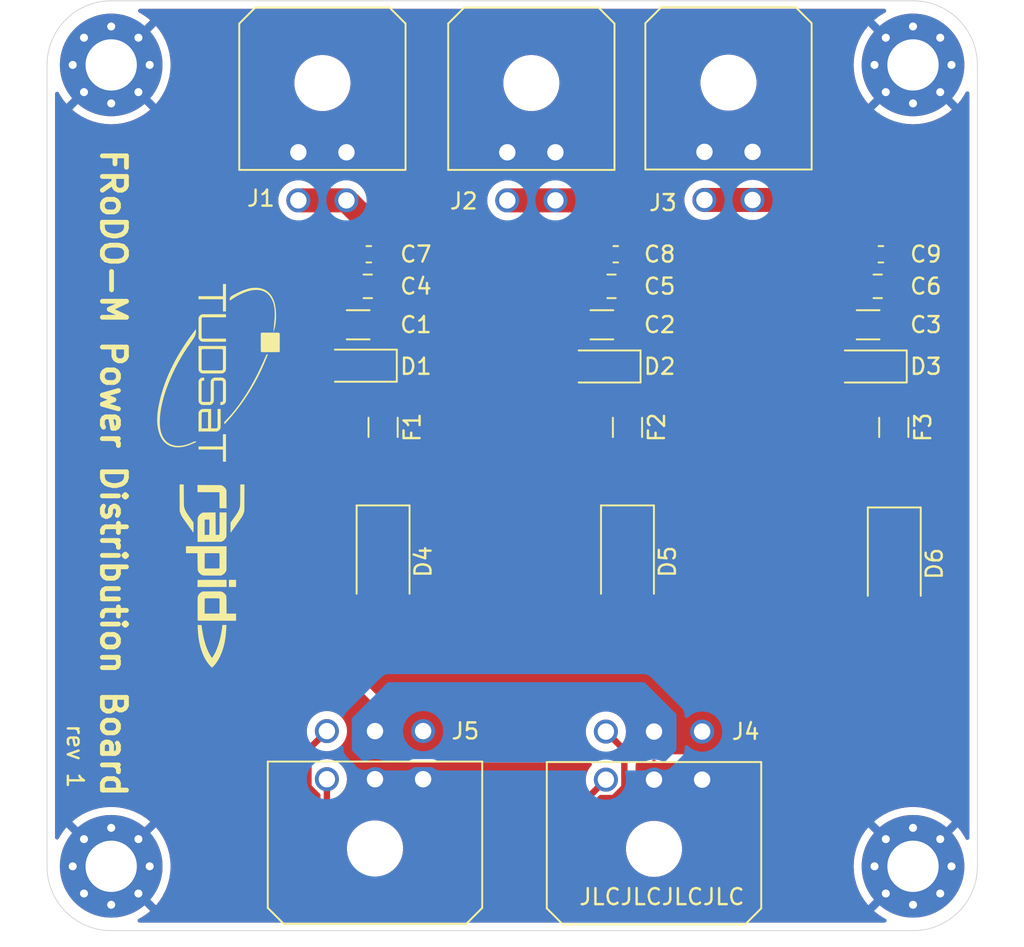
<source format=kicad_pcb>
(kicad_pcb (version 20240108) (generator "pcbnew") (generator_version "8.0")
  (layers (0 "F.Cu" signal) (31 "B.Cu" signal) (34 "B.Paste" user) (35 "F.Paste" user) (36 "B.SilkS" user "B.Silkscreen") (37 "F.SilkS" user "F.Silkscreen") (38 "B.Mask" user) (39 "F.Mask" user) (44 "Edge.Cuts" user))
  (net 0 "")
  (net 1 "Net-(D1-K)")
  (net 2 "GND")
  (net 3 "Net-(D2-K)")
  (net 4 "Net-(D3-K)")
  (net 5 "VDC")
  (net 6 "Net-(D4-K)")
  (net 7 "Net-(D5-K)")
  (net 8 "Net-(D6-K)")
  (net 9 "CAN+")
  (net 10 "Net-(J4-Pin_5)")
  (net 11 "CAN-")
  (footprint "Capacitor_SMD:C_0805_2012Metric_Pad1.18x1.45mm_HandSolder" (layer "F.Cu") (at 102.042 85.149 180)
    (property "Reference" "C4")
    (property "Value" "1uF")
  )
  (footprint "Diode_SMD:D_SMA" (layer "F.Cu") (at 134.874 102.457 -90)
    (property "Reference" "D6")
    (property "Value" "D_Schottky")
  )
  (footprint "Capacitor_SMD:C_0603_1608Metric_Pad1.08x0.95mm_HandSolder" (layer "F.Cu") (at 102.1045 83.149 180)
    (property "Reference" "C7")
    (property "Value" "100nF")
  )
  (footprint "Fuse:Fuse_1206_3216Metric" (layer "F.Cu") (at 134.842 93.949 -90)
    (property "Reference" "F3")
    (property "Value" "Fuse_Small")
  )
  (footprint "Capacitor_SMD:C_1206_3216Metric_Pad1.33x1.80mm_HandSolder" (layer "F.Cu") (at 116.642 87.549 180)
    (property "Reference" "C2")
    (property "Value" "22uF")
  )
  (footprint "Diode_SMD:D_SOD-123F" (layer "F.Cu") (at 101.642 90.099 180)
    (property "Reference" "D1")
    (property "Value" "D_Small")
  )
  (footprint "frodo_power_distribution_board:rapid_logo" (layer "F.Cu") (at 92.329 103.2256 -90)
    (property "Reference" "G***" (hide yes))
    (property "Value" "LOGO" (hide yes))
  )
  (footprint "Capacitor_SMD:C_0603_1608Metric_Pad1.08x0.95mm_HandSolder" (layer "F.Cu") (at 117.5045 83.149 180)
    (property "Reference" "C8")
    (property "Value" "100nF")
  )
  (footprint "MountingHole:MountingHole_3.2mm_M3_Pad_Via" (layer "F.Cu") (at 86.042 121.3354)
    (property "Reference" "H3" (hide yes))
    (property "Value" "MountingHole_Pad")
  )
  (footprint "Diode_SMD:D_SMA" (layer "F.Cu") (at 102.997 102.33 -90)
    (property "Reference" "D4")
    (property "Value" "D_Schottky")
  )
  (footprint "Connector_Molex:Molex_Micro-Fit_3.0_43045-0600_2x03_P3.00mm_Horizontal" (layer "F.Cu") (at 122.8908 115.9284 180)
    (property "Reference" "J4")
    (property "Value" "Conn_01x06")
  )
  (footprint "MountingHole:MountingHole_3.2mm_M3_Pad_Via" (layer "F.Cu") (at 136.042 121.3354)
    (property "Reference" "H4" (hide yes))
    (property "Value" "MountingHole_Pad")
  )
  (footprint "Connector_Molex:Molex_Micro-Fit_3.0_43045-0400_2x02_P3.00mm_Horizontal" (layer "F.Cu") (at 97.7124 76.7862)
    (property "Reference" "J1")
    (property "Value" "Payload_1")
  )
  (footprint "Connector_Molex:Molex_Micro-Fit_3.0_43045-0400_2x02_P3.00mm_Horizontal" (layer "F.Cu") (at 123.0362 76.7608)
    (property "Reference" "J3")
    (property "Value" "Payload_3")
  )
  (footprint "Capacitor_SMD:C_0603_1608Metric_Pad1.08x0.95mm_HandSolder" (layer "F.Cu") (at 134.042 83.149 180)
    (property "Reference" "C9")
    (property "Value" "100nF")
  )
  (footprint "Diode_SMD:D_SOD-123F" (layer "F.Cu") (at 116.842 90.149 180)
    (property "Reference" "D2")
    (property "Value" "D_Small")
  )
  (footprint "Capacitor_SMD:C_1206_3216Metric_Pad1.33x1.80mm_HandSolder" (layer "F.Cu") (at 133.242 87.549 180)
    (property "Reference" "C3")
    (property "Value" "22uF")
  )
  (footprint "Capacitor_SMD:C_1206_3216Metric_Pad1.33x1.80mm_HandSolder" (layer "F.Cu") (at 101.442 87.549 180)
    (property "Reference" "C1")
    (property "Value" "22uF")
  )
  (footprint "Capacitor_SMD:C_0805_2012Metric_Pad1.18x1.45mm_HandSolder" (layer "F.Cu") (at 117.242 85.149 180)
    (property "Reference" "C5")
    (property "Value" "1uF")
  )
  (footprint "MountingHole:MountingHole_3.2mm_M3_Pad_Via" (layer "F.Cu") (at 136.042 71.3354)
    (property "Reference" "H2" (hide yes))
    (property "Value" "MountingHole_Pad")
  )
  (footprint "Diode_SMD:D_SOD-123F" (layer "F.Cu") (at 133.442 90.149 180)
    (property "Reference" "D3")
    (property "Value" "D_Small")
  )
  (footprint "Capacitor_SMD:C_0805_2012Metric_Pad1.18x1.45mm_HandSolder" (layer "F.Cu") (at 133.842 85.149 180)
    (property "Reference" "C6")
    (property "Value" "1uF")
  )
  (footprint "Connector_Molex:Molex_Micro-Fit_3.0_43045-0400_2x02_P3.00mm_Horizontal" (layer "F.Cu") (at 110.7426 76.7862)
    (property "Reference" "J2")
    (property "Value" "Payload_2")
  )
  (footprint "MountingHole:MountingHole_3.2mm_M3_Pad_Via" (layer "F.Cu") (at 86.042 71.3354)
    (property "Reference" "H1" (hide yes))
    (property "Value" "MountingHole_Pad")
  )
  (footprint "Fuse:Fuse_1206_3216Metric" (layer "F.Cu") (at 102.997 93.949 -90)
    (property "Reference" "F1")
    (property "Value" "Fuse_Small")
  )
  (footprint "Connector_Molex:Molex_Micro-Fit_3.0_43045-0600_2x03_P3.00mm_Horizontal" (layer "F.Cu") (at 105.4918 115.9002 180)
    (property "Reference" "J5")
    (property "Value" "Conn_01x06")
  )
  (footprint "Diode_SMD:D_SMA" (layer "F.Cu") (at 118.237 102.33 -90)
    (property "Reference" "D5")
    (property "Value" "D_Schottky")
  )
  (footprint "Fuse:Fuse_1206_3216Metric" (layer "F.Cu") (at 118.237 93.949 -90)
    (property "Reference" "F2")
    (property "Value" "Fuse_Small")
  )
  (gr_poly (pts (xy 93.008449 96.091378) (xy 93.008449 95.331759) (xy 91.486831 95.331759) (xy 91.486831 95.138878) (xy 93.008449 95.138878) (xy 93.008449 94.376877) (xy 93.20133 94.376877) (xy 93.20133 96.091378)) (stroke (width -0.000001)) (fill solid) (layer "F.SilkS"))
  (gr_poly (pts (xy 93.008449 86.716396) (xy 93.008449 85.956777) (xy 91.486831 85.956777) (xy 91.486831 85.763896) (xy 93.008449 85.763896) (xy 93.008449 85.001896) (xy 93.20133 85.001896) (xy 93.20133 86.716396)) (stroke (width -0.000001)) (fill solid) (layer "F.SilkS"))
  (gr_poly (pts (xy 96.553522 89.156859) (xy 96.553341 89.169325) (xy 96.553076 89.175659) (xy 96.552653 89.18201) (xy 96.552042 89.18834) (xy 96.551212 89.194611) (xy 96.550133 89.200783) (xy 96.548773 89.206819) (xy 96.547101 89.212681) (xy 96.545088 89.218331) (xy 96.542702 89.22373) (xy 96.539912 89.22884) (xy 96.536687 89.233623) (xy 96.534903 89.23588) (xy 96.532998 89.23804) (xy 96.530969 89.2401) (xy 96.528812 89.242055) (xy 96.526524 89.243898) (xy 96.5241 89.245627) (xy 96.521005 89.247199) (xy 96.517862 89.248652) (xy 96.514675 89.249987) (xy 96.511446 89.251202) (xy 96.508179 89.252297) (xy 96.504877 89.25327) (xy 96.501544 89.254123) (xy 96.498184 89.254853) (xy 96.494799 89.25546) (xy 96.491393 89.255943) (xy 96.487969 89.256302) (xy 96.484532 89.256536) (xy 96.481083 89.256645) (xy 96.477627 89.256627) (xy 96.474168 89.256482) (xy 96.470707 89.25621) (xy 95.479128 89.257057) (xy 95.470155 89.256875) (xy 95.460922 89.256312) (xy 95.451546 89.255341) (xy 95.442142 89.253936) (xy 95.432826 89.252071) (xy 95.423713 89.249718) (xy 95.414919 89.246851) (xy 95.40656 89.243444) (xy 95.39875 89.23947) (xy 95.395088 89.237262) (xy 95.391606 89.234903) (xy 95.38832 89.232389) (xy 95.385244 89.229716) (xy 95.382392 89.226882) (xy 95.379778 89.223883) (xy 95.377417 89.220716) (xy 95.375324 89.217377) (xy 95.373514 89.213863) (xy 95.371999 89.210172) (xy 95.370795 89.206299) (xy 95.369917 89.202241) (xy 95.369378 89.197994) (xy 95.369194 89.193557) (xy 95.368532 88.145807) (xy 95.368148 88.140981) (xy 95.367943 88.136157) (xy 95.367919 88.131338) (xy 95.368073 88.126529) (xy 95.368405 88.121737) (xy 95.368914 88.116964) (xy 95.369599 88.112217) (xy 95.370458 88.1075) (xy 95.371491 88.102818) (xy 95.372697 88.098175) (xy 95.374075 88.093578) (xy 95.375624 88.08903) (xy 95.377343 88.084537) (xy 95.37923 88.080103) (xy 95.381286 88.075733) (xy 95.383508 88.071432) (xy 95.385677 88.068465) (xy 95.387973 88.065666) (xy 95.39039 88.063031) (xy 95.392925 88.060556) (xy 95.39557 88.058234) (xy 95.398321 88.056062) (xy 95.401174 88.054034) (xy 95.404121 88.052146) (xy 95.407159 88.050393) (xy 95.410281 88.048769) (xy 95.413483 88.047271) (xy 95.416759 88.045893) (xy 95.423513 88.043478) (xy 95.430501 88.041485) (xy 95.43768 88.039875) (xy 95.445008 88.038611) (xy 95.452443 88.037652) (xy 95.459942 88.03696) (xy 95.467464 88.036496) (xy 95.474965 88.036221) (xy 95.489738 88.036084) (xy 96.435306 88.040212) (xy 96.441068 88.039704) (xy 96.446827 88.039452) (xy 96.452575 88.039454) (xy 96.458304 88.039707) (xy 96.464005 88.040211) (xy 96.469671 88.040962) (xy 96.475293 88.041959) (xy 96.480865 88.0432) (xy 96.486376 88.044683) (xy 96.491821 88.046405) (xy 96.497189 88.048366) (xy 96.502474 88.050563) (xy 96.507668 88.052993) (xy 96.512762 88.055656) (xy 96.517748 88.058549) (xy 96.522619 88.06167) (xy 96.525291 88.064112) (xy 96.527809 88.066666) (xy 96.530178 88.069325) (xy 96.532402 88.072085) (xy 96.534485 88.074941) (xy 96.536432 88.077889) (xy 96.538248 88.080925) (xy 96.539938 88.084044) (xy 96.542954 88.090511) (xy 96.545517 88.097254) (xy 96.547664 88.104236) (xy 96.549431 88.111421) (xy 96.550854 88.118772) (xy 96.551969 88.126252) (xy 96.552813 88.133824) (xy 96.553422 88.141453) (xy 96.553833 88.1491) (xy 96.554081 88.15673) (xy 96.554236 88.171789)) (stroke (width -0.000001)) (fill solid) (layer "F.SilkS"))
  (gr_poly (pts (xy 93.201182 90.309943) (xy 93.200735 90.319599) (xy 93.199991 90.329142) (xy 93.19895 90.338574) (xy 93.19761 90.347895) (xy 93.195973 90.357103) (xy 93.194038 90.3662) (xy 93.191806 90.375186) (xy 93.189276 90.38406) (xy 93.186448 90.392822) (xy 93.183323 90.401473) (xy 93.1799 90.410012) (xy 93.176179 90.418439) (xy 93.17216 90.426755) (xy 93.167844 90.434959) (xy 93.163231 90.443052) (xy 93.158357 90.451274) (xy 93.153259 90.459274) (xy 93.147939 90.46705) (xy 93.142395 90.474603) (xy 93.136628 90.481933) (xy 93.130637 90.489039) (xy 93.124424 90.495922) (xy 93.117987 90.502583) (xy 93.111327 90.509019) (xy 93.104444 90.515233) (xy 93.097337 90.521223) (xy 93.090007 90.52699) (xy 93.082454 90.532534) (xy 93.074678 90.537855) (xy 93.066679 90.542952) (xy 93.058456 90.547826) (xy 93.050363 90.55244) (xy 93.042159 90.556756) (xy 93.033843 90.560774) (xy 93.025416 90.564495) (xy 93.016877 90.567918) (xy 93.008226 90.571044) (xy 92.999464 90.573871) (xy 92.99059 90.576401) (xy 92.981605 90.578634) (xy 92.972507 90.580569) (xy 92.963299 90.582206) (xy 92.953978 90.583545) (xy 92.944546 90.584587) (xy 92.935003 90.585331) (xy 92.925347 90.585778) (xy 92.915581 90.585927) (xy 91.772581 90.585927) (xy 91.762805 90.585778) (xy 91.753122 90.585331) (xy 91.743532 90.584587) (xy 91.734034 90.583545) (xy 91.72463 90.582206) (xy 91.715319 90.580569) (xy 91.706101 90.578634) (xy 91.696976 90.576401) (xy 91.687944 90.573871) (xy 91.679005 90.571044) (xy 91.670159 90.567918) (xy 91.661406 90.564495) (xy 91.652746 90.560774) (xy 91.644179 90.556756) (xy 91.635705 90.55244) (xy 91.627325 90.547826) (xy 91.61939 90.542952) (xy 91.61166 90.537855) (xy 91.604135 90.532534) (xy 91.596815 90.52699) (xy 91.589699 90.521223) (xy 91.582787 90.515233) (xy 91.576081 90.509019) (xy 91.569579 90.502583) (xy 91.563282 90.495922) (xy 91.557189 90.489039) (xy 91.551301 90.481933) (xy 91.545617 90.474603) (xy 91.540139 90.46705) (xy 91.534865 90.459274) (xy 91.529795 90.451274) (xy 91.52493 90.443052) (xy 91.520317 90.434959) (xy 91.516001 90.426755) (xy 91.511982 90.418439) (xy 91.508262 90.410012) (xy 91.504839 90.401473) (xy 91.501713 90.392822) (xy 91.498886 90.38406) (xy 91.496356 90.375186) (xy 91.494123 90.3662) (xy 91.492189 90.357103) (xy 91.490551 90.347895) (xy 91.489212 90.338574) (xy 91.48817 90.329142) (xy 91.487426 90.319599) (xy 91.48698 90.309943) (xy 91.486831 90.300177) (xy 91.486831 88.871426) (xy 91.772581 88.871426) (xy 91.772581 89.064307) (xy 91.767855 89.06441) (xy 91.763204 89.064717) (xy 91.758628 89.065228) (xy 91.754126 89.065945) (xy 91.749698 89.066866) (xy 91.745345 89.067991) (xy 91.741066 89.069321) (xy 91.736862 89.070856) (xy 91.732732 89.072595) (xy 91.728676 89.07454) (xy 91.724695 89.076688) (xy 91.720789 89.079042) (xy 91.716956 89.0816) (xy 91.713198 89.084362) (xy 91.709515 89.08733) (xy 91.705906 89.090501) (xy 91.702734 89.094111) (xy 91.699767 89.097794) (xy 91.697004 89.101552) (xy 91.694446 89.105384) (xy 91.692093 89.109291) (xy 91.689944 89.113272) (xy 91.688 89.117328) (xy 91.686261 89.121458) (xy 91.684726 89.125662) (xy 91.683396 89.129941) (xy 91.68227 89.134294) (xy 91.681349 89.138722) (xy 91.680633 89.143224) (xy 91.680122 89.1478) (xy 91.679815 89.152451) (xy 91.679713 89.157176) (xy 91.679713 90.300177) (xy 91.679815 90.304893) (xy 91.680122 90.309516) (xy 91.680633 90.314045) (xy 91.681349 90.318482) (xy 91.68227 90.322826) (xy 91.683396 90.327077) (xy 91.684726 90.331235) (xy 91.686261 90.3353) (xy 91.688 90.339272) (xy 91.689944 90.343151) (xy 91.692093 90.346936) (xy 91.694446 90.350629) (xy 91.697004 90.354229) (xy 91.699767 90.357736) (xy 91.702734 90.36115) (xy 91.705906 90.36447) (xy 91.709515 90.367931) (xy 91.713198 90.371168) (xy 91.716956 90.374181) (xy 91.720789 90.376972) (xy 91.724695 90.379539) (xy 91.728676 90.381883) (xy 91.732732 90.384004) (xy 91.736862 90.385901) (xy 91.741066 90.387575) (xy 91.745345 90.389027) (xy 91.749698 90.390254) (xy 91.754126 90.391259) (xy 91.758628 90.39204) (xy 91.763204 90.392598) (xy 91.767855 90.392933) (xy 91.772581 90.393045) (xy 92.915581 90.393045) (xy 92.920297 90.392933) (xy 92.92492 90.392598) (xy 92.929449 90.39204) (xy 92.933886 90.391259) (xy 92.93823 90.390254) (xy 92.942481 90.389027) (xy 92.946639 90.387575) (xy 92.950704 90.385901) (xy 92.954676 90.384004) (xy 92.958555 90.381883) (xy 92.962341 90.379539) (xy 92.966033 90.376972) (xy 92.969633 90.374181) (xy 92.97314 90.371168) (xy 92.976554 90.367931) (xy 92.979874 90.36447) (xy 92.983335 90.36115) (xy 92.986572 90.357736) (xy 92.989585 90.354229) (xy 92.992376 90.350629) (xy 92.994943 90.346936) (xy 92.997287 90.343151) (xy 92.999408 90.339272) (xy 93.001306 90.3353) (xy 93.00298 90.331235) (xy 93.004431 90.327077) (xy 93.005659 90.322826) (xy 93.006664 90.318482) (xy 93.007445 90.314045) (xy 93.008003 90.309516) (xy 93.008338 90.304893) (xy 93.00845 90.300177) (xy 93.00845 89.157176) (xy 93.008338 89.152451) (xy 93.008003 89.1478) (xy 93.007445 89.143224) (xy 93.006664 89.138722) (xy 93.005659 89.134294) (xy 93.004431 89.129941) (xy 93.00298 89.125662) (xy 93.001306 89.121458) (xy 92.999408 89.117328) (xy 92.997287 89.113272) (xy 92.994943 89.109291) (xy 92.992376 89.105384) (xy 92.989585 89.101552) (xy 92.986572 89.097794) (xy 92.983335 89.094111) (xy 92.979874 89.090501) (xy 92.976554 89.08733) (xy 92.97314 89.084362) (xy 92.969633 89.0816) (xy 92.966033 89.079042) (xy 92.962341 89.076688) (xy 92.958555 89.07454) (xy 92.954676 89.072595) (xy 92.950704 89.070856) (xy 92.946639 89.069321) (xy 92.942481 89.067991) (xy 92.93823 89.066866) (xy 92.933886 89.065945) (xy 92.929449 89.065228) (xy 92.92492 89.064717) (xy 92.920297 89.06441) (xy 92.915581 89.064307) (xy 91.772581 89.064307) (xy 91.772581 88.871426) (xy 93.201331 88.871426) (xy 93.201331 90.300177)) (stroke (width -0.000001)) (fill solid) (layer "F.SilkS"))
  (gr_poly (pts (xy 91.772581 87.08311) (xy 91.767856 87.083212) (xy 91.763205 87.083519) (xy 91.758628 87.084031) (xy 91.754126 87.084747) (xy 91.749699 87.085668) (xy 91.745345 87.086794) (xy 91.741066 87.088124) (xy 91.736862 87.089659) (xy 91.732732 87.091398) (xy 91.728676 87.093342) (xy 91.724695 87.095491) (xy 91.720789 87.097844) (xy 91.716956 87.100402) (xy 91.713198 87.103165) (xy 91.709515 87.106132) (xy 91.705906 87.109304) (xy 91.702734 87.112913) (xy 91.699767 87.116597) (xy 91.697004 87.120355) (xy 91.694446 87.124187) (xy 91.692093 87.128094) (xy 91.689944 87.132075) (xy 91.688 87.13613) (xy 91.686261 87.14026) (xy 91.684726 87.144464) (xy 91.683396 87.148743) (xy 91.68227 87.153096) (xy 91.681349 87.157524) (xy 91.680633 87.162026) (xy 91.680122 87.166602) (xy 91.679815 87.171253) (xy 91.679713 87.175979) (xy 91.679713 88.318979) (xy 91.679815 88.323695) (xy 91.680122 88.328318) (xy 91.680633 88.332848) (xy 91.681349 88.337285) (xy 91.68227 88.341628) (xy 91.683396 88.345879) (xy 91.684726 88.350037) (xy 91.686261 88.354102) (xy 91.688 88.358074) (xy 91.689944 88.361953) (xy 91.692093 88.365739) (xy 91.694446 88.369432) (xy 91.697004 88.373031) (xy 91.699767 88.376538) (xy 91.702734 88.379952) (xy 91.705906 88.383273) (xy 91.709515 88.386733) (xy 91.713198 88.38997) (xy 91.716956 88.392984) (xy 91.720789 88.395774) (xy 91.724695 88.398341) (xy 91.728676 88.400685) (xy 91.732732 88.402806) (xy 91.736862 88.404703) (xy 91.741066 88.406378) (xy 91.745345 88.407829) (xy 91.749699 88.409057) (xy 91.754126 88.410061) (xy 91.758628 88.410842) (xy 91.763205 88.411401) (xy 91.767856 88.411735) (xy 91.772581 88.411847) (xy 93.201331 88.411847) (xy 93.201331 88.604729) (xy 91.772581 88.604729) (xy 91.762805 88.60458) (xy 91.753122 88.604133) (xy 91.743532 88.603389) (xy 91.734034 88.602347) (xy 91.72463 88.601008) (xy 91.715319 88.599371) (xy 91.706101 88.597436) (xy 91.696976 88.595204) (xy 91.687944 88.592674) (xy 91.679005 88.589846) (xy 91.670159 88.58672) (xy 91.661406 88.583297) (xy 91.652746 88.579577) (xy 91.644179 88.575558) (xy 91.635705 88.571242) (xy 91.627325 88.566629) (xy 91.61939 88.561755) (xy 91.61166 88.556657) (xy 91.604135 88.551336) (xy 91.596815 88.545793) (xy 91.589699 88.540025) (xy 91.582787 88.534035) (xy 91.576081 88.527821) (xy 91.569579 88.521385) (xy 91.563282 88.514725) (xy 91.557189 88.507841) (xy 91.551301 88.500735) (xy 91.545617 88.493405) (xy 91.540139 88.485852) (xy 91.534865 88.478075) (xy 91.529795 88.470076) (xy 91.52493 88.461853) (xy 91.520317 88.453761) (xy 91.516001 88.445556) (xy 91.511982 88.437241) (xy 91.508262 88.428813) (xy 91.504839 88.420274) (xy 91.501713 88.411624) (xy 91.498886 88.402861) (xy 91.496356 88.393988) (xy 91.494123 88.385002) (xy 91.492189 88.375905) (xy 91.490551 88.366696) (xy 91.489212 88.357376) (xy 91.48817 88.347944) (xy 91.487426 88.3384) (xy 91.48698 88.328745) (xy 91.486831 88.318978) (xy 91.486831 87.175979) (xy 91.48698 87.166202) (xy 91.487426 87.156519) (xy 91.48817 87.146929) (xy 91.489212 87.137432) (xy 91.490551 87.128028) (xy 91.492189 87.118717) (xy 91.494123 87.109499) (xy 91.496356 87.100374) (xy 91.498886 87.091342) (xy 91.501713 87.082403) (xy 91.504839 87.073557) (xy 91.508262 87.064804) (xy 91.511982 87.056144) (xy 91.516001 87.047578) (xy 91.520317 87.039104) (xy 91.52493 87.030723) (xy 91.529795 87.022788) (xy 91.534865 87.015059) (xy 91.540139 87.007534) (xy 91.545617 87.000213) (xy 91.551301 86.993097) (xy 91.557189 86.986186) (xy 91.563282 86.979479) (xy 91.569579 86.972977) (xy 91.576081 86.96668) (xy 91.582787 86.960587) (xy 91.589699 86.954699) (xy 91.596815 86.949016) (xy 91.604135 86.943537) (xy 91.61166 86.938263) (xy 91.61939 86.933194) (xy 91.627325 86.928329) (xy 91.635705 86.923715) (xy 91.644179 86.919399) (xy 91.652746 86.915381) (xy 91.661406 86.91166) (xy 91.670159 86.908237) (xy 91.679005 86.905112) (xy 91.687944 86.902284) (xy 91.696976 86.899754) (xy 91.706101 86.897522) (xy 91.715319 86.895587) (xy 91.72463 86.89395) (xy 91.734034 86.89261) (xy 91.743531 86.891569) (xy 91.753121 86.890824) (xy 91.762804 86.890378) (xy 91.772581 86.890229) (xy 93.201331 86.890229) (xy 93.201331 87.08311)) (stroke (width -0.000001)) (fill solid) (layer "F.SilkS"))
  (gr_poly (pts (xy 93.201182 92.279236) (xy 93.200735 92.288891) (xy 93.199991 92.298435) (xy 93.19895 92.307867) (xy 93.19761 92.317187) (xy 93.195973 92.326396) (xy 93.194038 92.335493) (xy 93.191806 92.344479) (xy 93.189276 92.353352) (xy 93.186448 92.362115) (xy 93.183323 92.370765) (xy 93.1799 92.379304) (xy 93.176179 92.387732) (xy 93.17216 92.396047) (xy 93.167844 92.404251) (xy 93.163231 92.412344) (xy 93.158357 92.420567) (xy 93.153259 92.428566) (xy 93.147939 92.436342) (xy 93.142395 92.443895) (xy 93.136628 92.451225) (xy 93.130637 92.458332) (xy 93.124424 92.465215) (xy 93.117987 92.471875) (xy 93.111327 92.478312) (xy 93.104444 92.484525) (xy 93.097337 92.490516) (xy 93.090007 92.496283) (xy 93.082454 92.501827) (xy 93.074678 92.507147) (xy 93.066679 92.512244) (xy 93.058456 92.517119) (xy 93.050363 92.521732) (xy 93.042159 92.526048) (xy 93.033843 92.530067) (xy 93.025416 92.533787) (xy 93.016877 92.53721) (xy 93.008226 92.540336) (xy 92.999464 92.543164) (xy 92.99059 92.545694) (xy 92.981605 92.547926) (xy 92.972507 92.549861) (xy 92.963299 92.551498) (xy 92.953978 92.552838) (xy 92.944546 92.553879) (xy 92.935003 92.554624) (xy 92.925347 92.55507) (xy 92.915581 92.555219) (xy 92.848906 92.555219) (xy 92.848906 92.362337) (xy 92.915581 92.362337) (xy 92.920297 92.362226) (xy 92.92492 92.361891) (xy 92.929449 92.361333) (xy 92.933886 92.360551) (xy 92.93823 92.359547) (xy 92.942481 92.358319) (xy 92.946639 92.356868) (xy 92.950704 92.355194) (xy 92.954676 92.353296) (xy 92.958555 92.351175) (xy 92.962341 92.348831) (xy 92.966033 92.346264) (xy 92.969633 92.343474) (xy 92.97314 92.34046) (xy 92.976554 92.337223) (xy 92.979874 92.333763) (xy 92.983335 92.330442) (xy 92.986572 92.327028) (xy 92.989585 92.323521) (xy 92.992376 92.319922) (xy 92.994943 92.316229) (xy 92.997287 92.312443) (xy 92.999408 92.308564) (xy 93.001306 92.304592) (xy 93.00298 92.300527) (xy 93.004431 92.29637) (xy 93.005659 92.292119) (xy 93.006664 92.287775) (xy 93.007445 92.283338) (xy 93.008003 92.278808) (xy 93.008338 92.274185) (xy 93.00845 92.269469) (xy 93.00845 91.126469) (xy 93.008338 91.121744) (xy 93.008003 91.117093) (xy 93.007445 91.112517) (xy 93.006664 91.108015) (xy 93.005659 91.103587) (xy 93.004431 91.099234) (xy 93.00298 91.094955) (xy 93.001306 91.09075) (xy 92.999408 91.08662) (xy 92.997287 91.082565) (xy 92.994943 91.078584) (xy 92.992376 91.074677) (xy 92.989585 91.070845) (xy 92.986572 91.067087) (xy 92.983335 91.063403) (xy 92.979874 91.059794) (xy 92.976554 91.056622) (xy 92.97314 91.053655) (xy 92.969633 91.050892) (xy 92.966033 91.048334) (xy 92.962341 91.045981) (xy 92.958555 91.043832) (xy 92.954676 91.041888) (xy 92.950704 91.040149) (xy 92.946639 91.038614) (xy 92.942481 91.037284) (xy 92.93823 91.036158) (xy 92.933886 91.035237) (xy 92.929449 91.034521) (xy 92.92492 91.03401) (xy 92.920297 91.033703) (xy 92.915581 91.0336) (xy 92.5322 91.0336) (xy 92.527484 91.033703) (xy 92.522861 91.03401) (xy 92.518331 91.034521) (xy 92.513894 91.035237) (xy 92.50955 91.036158) (xy 92.505299 91.037284) (xy 92.501141 91.038614) (xy 92.497076 91.040149) (xy 92.493104 91.041888) (xy 92.489225 91.043832) (xy 92.485439 91.045981) (xy 92.481747 91.048334) (xy 92.478147 91.050892) (xy 92.47464 91.053655) (xy 92.471226 91.056622) (xy 92.467905 91.059794) (xy 92.464733 91.063403) (xy 92.461766 91.067087) (xy 92.459004 91.070845) (xy 92.456446 91.074677) (xy 92.454092 91.078584) (xy 92.451944 91.082565) (xy 92.45 91.08662) (xy 92.44826 91.09075) (xy 92.446726 91.094955) (xy 92.445395 91.099234) (xy 92.44427 91.103587) (xy 92.443349 91.108015) (xy 92.442633 91.112517) (xy 92.442121 91.117093) (xy 92.441814 91.121744) (xy 92.441712 91.126469) (xy 92.441712 92.269469) (xy 92.441554 92.279236) (xy 92.44108 92.288891) (xy 92.440289 92.298435) (xy 92.439182 92.307867) (xy 92.437759 92.317187) (xy 92.436019 92.326396) (xy 92.433964 92.335493) (xy 92.431592 92.344479) (xy 92.428903 92.353352) (xy 92.425899 92.362115) (xy 92.422578 92.370765) (xy 92.418941 92.379304) (xy 92.414988 92.387732) (xy 92.410718 92.396047) (xy 92.406132 92.404251) (xy 92.40123 92.412344) (xy 92.396366 92.420567) (xy 92.391296 92.428566) (xy 92.386022 92.436342) (xy 92.380543 92.443895) (xy 92.37486 92.451225) (xy 92.368972 92.458332) (xy 92.362879 92.465215) (xy 92.356582 92.471875) (xy 92.35008 92.478312) (xy 92.343374 92.484525) (xy 92.336462 92.490516) (xy 92.329347 92.496283) (xy 92.322026 92.501827) (xy 92.314501 92.507147) (xy 92.306771 92.512244) (xy 92.298837 92.517119) (xy 92.290745 92.521732) (xy 92.28254 92.526048) (xy 92.274225 92.530067) (xy 92.265797 92.533787) (xy 92.257258 92.53721) (xy 92.248608 92.540336) (xy 92.239845 92.543164) (xy 92.230971 92.545694) (xy 92.221986 92.547926) (xy 92.212889 92.549861) (xy 92.20368 92.551498) (xy 92.19436 92.552838) (xy 92.184928 92.553879) (xy 92.175384 92.554624) (xy 92.165729 92.55507) (xy 92.155962 92.555219) (xy 91.772581 92.555219) (xy 91.762805 92.55507) (xy 91.753122 92.554624) (xy 91.743532 92.553879) (xy 91.734034 92.552838) (xy 91.72463 92.551498) (xy 91.715319 92.549861) (xy 91.706101 92.547926) (xy 91.696976 92.545694) (xy 91.687944 92.543164) (xy 91.679005 92.540336) (xy 91.670159 92.53721) (xy 91.661406 92.533787) (xy 91.652746 92.530067) (xy 91.644179 92.526048) (xy 91.635705 92.521732) (xy 91.627325 92.517119) (xy 91.61939 92.512244) (xy 91.61166 92.507147) (xy 91.604135 92.501827) (xy 91.596815 92.496283) (xy 91.589699 92.490516) (xy 91.582787 92.484525) (xy 91.576081 92.478312) (xy 91.569579 92.471875) (xy 91.563282 92.465215) (xy 91.557189 92.458332) (xy 91.551301 92.451225) (xy 91.545617 92.443895) (xy 91.540139 92.436342) (xy 91.534865 92.428566) (xy 91.529795 92.420567) (xy 91.52493 92.412344) (xy 91.520317 92.404251) (xy 91.516001 92.396047) (xy 91.511982 92.387732) (xy 91.508262 92.379304) (xy 91.504839 92.370765) (xy 91.501713 92.362115) (xy 91.498886 92.353352) (xy 91.496356 92.344479) (xy 91.494123 92.335493) (xy 91.492189 92.326396) (xy 91.490551 92.317187) (xy 91.489212 92.307867) (xy 91.48817 92.298435) (xy 91.487426 92.288891) (xy 91.48698 92.279236) (xy 91.486831 92.269469) (xy 91.486831 91.126469) (xy 91.48698 91.116693) (xy 91.487426 91.10701) (xy 91.48817 91.09742) (xy 91.489212 91.087923) (xy 91.490551 91.078519) (xy 91.492189 91.069208) (xy 91.494123 91.05999) (xy 91.496356 91.050864) (xy 91.498886 91.041832) (xy 91.501713 91.032893) (xy 91.504839 91.024047) (xy 91.508262 91.015295) (xy 91.511982 91.006635) (xy 91.516001 90.998068) (xy 91.520317 90.989594) (xy 91.52493 90.981213) (xy 91.529795 90.973279) (xy 91.534865 90.965549) (xy 91.540139 90.958024) (xy 91.545617 90.950703) (xy 91.551301 90.943587) (xy 91.557189 90.936676) (xy 91.563282 90.929969) (xy 91.569579 90.923468) (xy 91.576081 90.91717) (xy 91.582787 90.911078) (xy 91.589699 90.90519) (xy 91.596815 90.899506) (xy 91.604135 90.894028) (xy 91.61166 90.888754) (xy 91.61939 90.883684) (xy 91.627325 90.87882) (xy 91.635705 90.874206) (xy 91.644179 90.86989) (xy 91.652746 90.865871) (xy 91.661406 90.86215) (xy 91.670159 90.858727) (xy 91.679005 90.855602) (xy 91.687944 90.852774) (xy 91.696976 90.850244) (xy 91.706101 90.848012) (xy 91.715319 90.846077) (xy 91.72463 90.84444) (xy 91.734034 90.8431) (xy 91.743531 90.842059) (xy 91.753121 90.841315) (xy 91.762804 90.840868) (xy 91.772581 90.840719) (xy 91.839256 90.840719) (xy 91.839256 91.0336) (xy 91.772581 91.0336) (xy 91.767855 91.033703) (xy 91.763204 91.03401) (xy 91.758628 91.034521) (xy 91.754126 91.035237) (xy 91.749698 91.036158) (xy 91.745345 91.037284) (xy 91.741066 91.038614) (xy 91.736862 91.040149) (xy 91.732732 91.041888) (xy 91.728676 91.043832) (xy 91.724695 91.045981) (xy 91.720789 91.048334) (xy 91.716956 91.050892) (xy 91.713198 91.053655) (xy 91.709515 91.056622) (xy 91.705906 91.059794) (xy 91.702734 91.063403) (xy 91.699767 91.067087) (xy 91.697004 91.070845) (xy 91.694446 91.074677) (xy 91.692093 91.078584) (xy 91.689944 91.082565) (xy 91.688 91.08662) (xy 91.686261 91.09075) (xy 91.684726 91.094955) (xy 91.683396 91.099234) (xy 91.68227 91.103587) (xy 91.681349 91.108015) (xy 91.680633 91.112517) (xy 91.680122 91.117093) (xy 91.679815 91.121744) (xy 91.679713 91.126469) (xy 91.679713 92.269469) (xy 91.679815 92.274185) (xy 91.680122 92.278808) (xy 91.680633 92.283338) (xy 91.681349 92.287775) (xy 91.68227 92.292119) (xy 91.683396 92.29637) (xy 91.684726 92.300527) (xy 91.686261 92.304592) (xy 91.688 92.308564) (xy 91.689944 92.312443) (xy 91.692093 92.316229) (xy 91.694446 92.319922) (xy 91.697004 92.323521) (xy 91.699767 92.327028) (xy 91.702734 92.330442) (xy 91.705906 92.333763) (xy 91.709515 92.337223) (xy 91.713198 92.34046) (xy 91.716956 92.343474) (xy 91.720789 92.346264) (xy 91.724695 92.348831) (xy 91.728676 92.351175) (xy 91.732732 92.353296) (xy 91.736862 92.355194) (xy 91.741066 92.356868) (xy 91.745345 92.358319) (xy 91.749698 92.359547) (xy 91.754126 92.360551) (xy 91.758628 92.361333) (xy 91.763204 92.361891) (xy 91.767855 92.362226) (xy 91.772581 92.362337) (xy 92.155962 92.362337) (xy 92.160678 92.362226) (xy 92.165301 92.361891) (xy 92.169831 92.361333) (xy 92.174268 92.360551) (xy 92.178612 92.359547) (xy 92.182863 92.358319) (xy 92.187021 92.356868) (xy 92.191085 92.355194) (xy 92.195057 92.353296) (xy 92.198936 92.351175) (xy 92.202722 92.348831) (xy 92.206415 92.346264) (xy 92.210014 92.343474) (xy 92.213521 92.34046) (xy 92.216935 92.337223) (xy 92.220256 92.333763) (xy 92.223428 92.330442) (xy 92.226395 92.327028) (xy 92.229158 92.323521) (xy 92.231715 92.319922) (xy 92.234069 92.316229) (xy 92.236217 92.312443) (xy 92.238161 92.308564) (xy 92.239901 92.304592) (xy 92.241436 92.300527) (xy 92.242766 92.29637) (xy 92.243891 92.292119) (xy 92.244812 92.287775) (xy 92.245528 92.283338) (xy 92.24604 92.278808) (xy 92.246347 92.274185) (xy 92.246449 92.269469) (xy 92.246449 91.126469) (xy 92.246598 91.116693) (xy 92.247044 91.10701) (xy 92.247789 91.09742) (xy 92.24883 91.087923) (xy 92.25017 91.078519) (xy 92.251807 91.069208) (xy 92.253742 91.05999) (xy 92.255974 91.050864) (xy 92.258505 91.041832) (xy 92.261332 91.032893) (xy 92.264458 91.024047) (xy 92.267881 91.015295) (xy 92.271602 91.006635) (xy 92.27562 90.998068) (xy 92.279936 90.989594) (xy 92.28455 90.981213) (xy 92.289703 90.973279) (xy 92.295042 90.965549) (xy 92.300567 90.958024) (xy 92.306278 90.950703) (xy 92.312176 90.943587) (xy 92.318259 90.936676) (xy 92.324528 90.929969) (xy 92.330984 90.923468) (xy 92.337625 90.91717) (xy 92.344453 90.911078) (xy 92.351466 90.90519) (xy 92.358666 90.899506) (xy 92.366051 90.894028) (xy 92.373623 90.888754) (xy 92.381381 90.883684) (xy 92.389325 90.87882) (xy 92.397417 90.874206) (xy 92.405622 90.86989) (xy 92.413937 90.865871) (xy 92.422365 90.86215) (xy 92.430904 90.858727) (xy 92.439554 90.855602) (xy 92.448316 90.852774) (xy 92.45719 90.850244) (xy 92.466176 90.848012) (xy 92.475273 90.846077) (xy 92.484482 90.84444) (xy 92.493802 90.8431) (xy 92.503234 90.842059) (xy 92.512778 90.841315) (xy 92.522433 90.840868) (xy 92.5322 90.840719) (xy 92.915581 90.840719) (xy 92.925347 90.840868) (xy 92.935003 90.841315) (xy 92.944546 90.842059) (xy 92.953978 90.8431) (xy 92.963299 90.84444) (xy 92.972507 90.846077) (xy 92.981604 90.848012) (xy 92.99059 90.850244) (xy 92.999464 90.852774) (xy 93.008226 90.855602) (xy 93.016877 90.858727) (xy 93.025416 90.86215) (xy 93.033843 90.865871) (xy 93.042159 90.86989) (xy 93.050363 90.874206) (xy 93.058456 90.87882) (xy 93.066678 90.883684) (xy 93.074678 90.888754) (xy 93.082454 90.894028) (xy 93.090007 90.899506) (xy 93.097337 90.90519) (xy 93.104443 90.911078) (xy 93.111327 90.91717) (xy 93.117987 90.923468) (xy 93.124424 90.929969) (xy 93.130637 90.936676) (xy 93.136628 90.943587) (xy 93.142395 90.950703) (xy 93.147939 90.958024) (xy 93.153259 90.965549) (xy 93.158357 90.973279) (xy 93.163231 90.981213) (xy 93.167844 90.989594) (xy 93.17216 90.998068) (xy 93.176179 91.006635) (xy 93.1799 91.015295) (xy 93.183323 91.024047) (xy 93.186448 91.032893) (xy 93.189276 91.041832) (xy 93.191806 91.050864) (xy 93.194038 91.05999) (xy 93.195973 91.069208) (xy 93.19761 91.078519) (xy 93.19895 91.087923) (xy 93.199991 91.09742) (xy 93.200735 91.10701) (xy 93.201182 91.116693) (xy 93.201331 91.126469) (xy 93.201331 92.269469)) (stroke (width -0.000001)) (fill solid) (layer "F.SilkS"))
  (gr_poly (pts (xy 91.232967 94.916647) (xy 91.119872 94.967759) (xy 91.005619 95.015982) (xy 90.890123 95.060411) (xy 90.831882 95.080919) (xy 90.7733 95.10014) (xy 90.714364 95.11796) (xy 90.655065 95.134266) (xy 90.595392 95.148944) (xy 90.535335 95.161881) (xy 90.474883 95.172965) (xy 90.414025 95.182083) (xy 90.352714 95.189028) (xy 90.291013 95.193621) (xy 90.229082 95.195793) (xy 90.167077 95.19547) (xy 90.105156 95.19258) (xy 90.043478 95.187052) (xy 89.9822 95.178815) (xy 89.92148 95.167795) (xy 89.861476 95.153921) (xy 89.802346 95.137122) (xy 89.744247 95.117326) (xy 89.687338 95.09446) (xy 89.631776 95.068453) (xy 89.57772 95.039233) (xy 89.525327 95.006728) (xy 89.474754 94.970866) (xy 89.431374 94.936081) (xy 89.390015 94.899066) (xy 89.350643 94.859954) (xy 89.313228 94.818876) (xy 89.277737 94.775967) (xy 89.244139 94.73136) (xy 89.212401 94.685186) (xy 89.182492 94.63758) (xy 89.15438 94.588673) (xy 89.128032 94.5386) (xy 89.103418 94.487492) (xy 89.080505 94.435483) (xy 89.059261 94.382705) (xy 89.039654 94.329291) (xy 89.021652 94.275375) (xy 89.005224 94.22109) (xy 88.978169 94.118022) (xy 88.955865 94.014091) (xy 88.938088 93.909402) (xy 88.924608 93.804059) (xy 88.9152 93.698164) (xy 88.909637 93.591821) (xy 88.90769 93.485136) (xy 88.909134 93.37821) (xy 88.913741 93.271148) (xy 88.921285 93.164054) (xy 88.931537 93.057031) (xy 88.944272 92.950183) (xy 88.976279 92.737428) (xy 89.015491 92.526619) (xy 89.087062 92.203574) (xy 89.170586 91.884178) (xy 89.265561 91.568491) (xy 89.371489 91.256577) (xy 89.48787 90.948497) (xy 89.614205 90.644316) (xy 89.749995 90.344095) (xy 89.89474 90.047896) (xy 90.047941 89.755783) (xy 90.209099 89.467818) (xy 90.377714 89.184063) (xy 90.553286 88.904581) (xy 90.735318 88.629435) (xy 90.923308 88.358687) (xy 91.116758 88.092399) (xy 91.315169 87.830635) (xy 91.321272 87.857154) (xy 91.325884 87.883626) (xy 91.329058 87.910043) (xy 91.330844 87.936399) (xy 91.331295 87.962689) (xy 91.330462 87.988906) (xy 91.328397 88.015043) (xy 91.325152 88.041094) (xy 91.315329 88.092914) (xy 91.301405 88.144315) (xy 91.283797 88.195246) (xy 91.262917 88.245657) (xy 91.23918 88.295498) (xy 91.213 88.344716) (xy 91.184791 88.393263) (xy 91.154967 88.441087) (xy 91.092131 88.534366) (xy 91.027805 88.624147) (xy 90.805821 88.940532) (xy 90.594636 89.263844) (xy 90.394402 89.593803) (xy 90.205271 89.930128) (xy 90.027394 90.272538) (xy 89.860924 90.620754) (xy 89.706011 90.974494) (xy 89.562807 91.333478) (xy 89.466629 91.596781) (xy 89.377868 91.86316) (xy 89.297846 92.13239) (xy 89.227884 92.404245) (xy 89.197088 92.541086) (xy 89.169302 92.6785) (xy 89.144692 92.816456) (xy 89.123422 92.954929) (xy 89.105657 93.093888) (xy 89.091563 93.233307) (xy 89.081305 93.373156) (xy 89.075048 93.513408) (xy 89.073562 93.607705) (xy 89.074888 93.70289) (xy 89.079292 93.798511) (xy 89.08704 93.894119) (xy 89.098399 93.98926) (xy 89.113634 94.083485) (xy 89.133011 94.176341) (xy 89.156798 94.267378) (xy 89.185259 94.356144) (xy 89.218662 94.442188) (xy 89.257272 94.525058) (xy 89.301356 94.604303) (xy 89.35118 94.679473) (xy 89.40701 94.750115) (xy 89.469111 94.815778) (xy 89.502598 94.846602) (xy 89.537752 94.876012) (xy 89.581662 94.908923) (xy 89.627192 94.939079) (xy 89.674211 94.966524) (xy 89.722588 94.991307) (xy 89.772191 95.013475) (xy 89.822888 95.033073) (xy 89.874548 95.050149) (xy 89.92704 95.06475) (xy 89.980232 95.076921) (xy 90.033992 95.086711) (xy 90.08819 95.094166) (xy 90.142693 95.099333) (xy 90.197371 95.102257) (xy 90.252092 95.102987) (xy 90.306723 95.10157) (xy 90.361135 95.09805) (xy 90.415253 95.092562) (xy 90.469089 95.085265) (xy 90.52264 95.076246) (xy 90.575902 95.065595) (xy 90.628872 95.053399) (xy 90.681546 95.039747) (xy 90.733922 95.024727) (xy 90.785996 95.008427) (xy 90.837764 94.990935) (xy 90.889222 94.97234) (xy 90.991199 94.932193) (xy 91.091897 94.888692) (xy 91.191292 94.842543) (xy 91.201768 94.837863) (xy 91.212835 94.833577) (xy 91.224341 94.82977) (xy 91.236135 94.82653) (xy 91.248066 94.823944) (xy 91.259981 94.822099) (xy 91.27173 94.821081) (xy 91.283161 94.820979) (xy 91.294123 94.821879) (xy 91.299381 94.822732) (xy 91.304464 94.823869) (xy 91.309354 94.825299) (xy 91.314032 94.827034) (xy 91.31848 94.829085) (xy 91.322677 94.831463) (xy 91.326606 94.834178) (xy 91.330246 94.837242) (xy 91.33358 94.840665) (xy 91.336589 94.844458) (xy 91.339253 94.848632) (xy 91.341553 94.853199) (xy 91.343471 94.858168) (xy 91.344988 94.863551)) (stroke (width -0.000001)) (fill solid) (layer "F.SilkS"))
  (gr_poly (pts (xy 92.867798 93.927352) (xy 92.867323 93.937277) (xy 92.866532 93.947071) (xy 92.865426 93.956736) (xy 92.864002 93.96627) (xy 92.862263 93.975674) (xy 92.860207 93.984948) (xy 92.857835 93.994092) (xy 92.855147 94.003105) (xy 92.852143 94.011988) (xy 92.848822 94.020741) (xy 92.845185 94.029364) (xy 92.841232 94.037856) (xy 92.836962 94.046219) (xy 92.832376 94.054451) (xy 92.827474 94.062552) (xy 92.8226 94.070775) (xy 92.817503 94.078775) (xy 92.812182 94.086551) (xy 92.806638 94.094104) (xy 92.800871 94.101434) (xy 92.794881 94.10854) (xy 92.788667 94.115424) (xy 92.782231 94.122084) (xy 92.77557 94.128521) (xy 92.768687 94.134734) (xy 92.761581 94.140725) (xy 92.754251 94.146492) (xy 92.746698 94.152036) (xy 92.738922 94.157356) (xy 92.730922 94.162453) (xy 92.7227 94.167328) (xy 92.714607 94.172229) (xy 92.706403 94.176815) (xy 92.698087 94.181085) (xy 92.68966 94.185038) (xy 92.681121 94.188675) (xy 92.67247 94.191995) (xy 92.663708 94.195) (xy 92.654834 94.197688) (xy 92.645848 94.20006) (xy 92.636751 94.202116) (xy 92.627543 94.203855) (xy 92.618222 94.205278) (xy 92.60879 94.206385) (xy 92.599247 94.207176) (xy 92.589591 94.20765) (xy 92.579825 94.207808) (xy 91.486831 94.207808) (xy 91.486831 93.08862) (xy 91.48698 93.078844) (xy 91.487426 93.069161) (xy 91.48817 93.059571) (xy 91.489212 93.050074) (xy 91.490551 93.04067) (xy 91.492189 93.031359) (xy 91.494123 93.022141) (xy 91.496356 93.013016) (xy 91.498886 93.003984) (xy 91.501713 92.995045) (xy 91.504839 92.986199) (xy 91.508262 92.977446) (xy 91.511982 92.968786) (xy 91.516001 92.960219) (xy 91.520317 92.951745) (xy 91.52493 92.943364) (xy 91.530084 92.935421) (xy 91.535423 92.927663) (xy 91.540948 92.920092) (xy 91.546659 92.912706) (xy 91.552557 92.905507) (xy 91.55864 92.898493) (xy 91.564909 92.891666) (xy 91.571365 92.885024) (xy 91.578006 92.878569) (xy 91.584834 92.872299) (xy 91.591847 92.866216) (xy 91.599047 92.860319) (xy 91.606433 92.854608) (xy 91.614004 92.849082) (xy 91.621762 92.843743) (xy 91.629706 92.83859) (xy 91.638086 92.833976) (xy 91.64656 92.82966) (xy 91.655127 92.825642) (xy 91.663787 92.821921) (xy 91.67254 92.818498) (xy 91.681386 92.815373) (xy 91.690325 92.812545) (xy 91.699357 92.810015) (xy 91.708482 92.807782) (xy 91.7177 92.805848) (xy 91.727011 92.80421) (xy 91.736415 92.802871) (xy 91.745912 92.801829) (xy 91.755502 92.801085) (xy 91.765186 92.800638) (xy 91.774962 92.800489) (xy 92.079762 92.800489) (xy 92.079762 92.995752) (xy 91.774962 92.995752) (xy 91.770236 92.995855) (xy 91.765586 92.996162) (xy 91.761009 92.996673) (xy 91.756507 92.997389) (xy 91.752079 92.99831) (xy 91.747726 92.999436) (xy 91.743447 93.000766) (xy 91.739243 93.002301) (xy 91.735113 93.00404) (xy 91.731058 93.005984) (xy 91.727076 93.008133) (xy 91.72317 93.010486) (xy 91.719337 93.013044) (xy 91.715579 93.015807) (xy 91.711896 93.018774) (xy 91.708287 93.021946) (xy 91.705115 93.025555) (xy 91.702148 93.029238) (xy 91.699385 93.032996) (xy 91.696827 93.036829) (xy 91.694474 93.040735) (xy 91.692325 93.044717) (xy 91.690381 93.048772) (xy 91.688642 93.052902) (xy 91.687107 93.057106) (xy 91.685777 93.061385) (xy 91.684651 93.065738) (xy 91.683731 93.070166) (xy 91.683014 93.074668) (xy 91.682503 93.079244) (xy 91.682196 93.083895) (xy 91.682094 93.08862) (xy 91.682094 94.010164) (xy 92.079762 94.010164) (xy 92.079762 92.995752) (xy 92.079762 92.800489) (xy 92.275024 92.800489) (xy 92.275024 94.010164) (xy 92.579825 94.010164) (xy 92.584541 94.010053) (xy 92.589164 94.009718) (xy 92.593693 94.00916) (xy 92.59813 94.008378) (xy 92.602474 94.007374) (xy 92.606725 94.006146) (xy 92.610883 94.004695) (xy 92.614948 94.003021) (xy 92.61892 94.001123) (xy 92.622798 93.999003) (xy 92.626584 93.996659) (xy 92.630277 93.994091) (xy 92.633877 93.991301) (xy 92.637383 93.988287) (xy 92.640797 93.98505) (xy 92.644118 93.98159) (xy 92.647578 93.978269) (xy 92.650815 93.974856) (xy 92.653829 93.971349) (xy 92.65662 93.967749) (xy 92.659187 93.964056) (xy 92.661531 93.96027) (xy 92.663652 93.956392) (xy 92.66555 93.95242) (xy 92.667224 93.948355) (xy 92.668675 93.944197) (xy 92.669903 93.939946) (xy 92.670907 93.935602) (xy 92.671689 93.931165) (xy 92.672247 93.926635) (xy 92.672582 93.922012) (xy 92.672693 93.917296) (xy 92.672693 92.80049) (xy 92.867956 92.80049) (xy 92.867956 93.917296)) (stroke (width -0.000001)) (fill solid) (layer "F.SilkS"))
  (gr_poly (pts (xy 95.695193 89.695849) (xy 95.572222 89.992356) (xy 95.44208 90.285465) (xy 95.304845 90.57505) (xy 95.160592 90.860989) (xy 95.0094 91.143155) (xy 94.851344 91.421425) (xy 94.686503 91.695673) (xy 94.514953 91.965776) (xy 94.336771 92.231608) (xy 94.152035 92.493045) (xy 93.96082 92.749962) (xy 93.763205 93.002235) (xy 93.559266 93.249739) (xy 93.34908 93.49235) (xy 93.132724 93.729942) (xy 93.129505 93.729737) (xy 93.126366 93.72929) (xy 93.123312 93.728612) (xy 93.120345 93.727711) (xy 93.117468 93.726598) (xy 93.114683 93.725281) (xy 93.111994 93.72377) (xy 93.109403 93.722074) (xy 93.106912 93.720203) (xy 93.104526 93.718165) (xy 93.102246 93.715972) (xy 93.100075 93.713631) (xy 93.098016 93.711153) (xy 93.096072 93.708546) (xy 93.094246 93.705821) (xy 93.09254 93.702986) (xy 93.090958 93.700051) (xy 93.089502 93.697025) (xy 93.088174 93.693918) (xy 93.086978 93.690739) (xy 93.085916 93.687497) (xy 93.084992 93.684203) (xy 93.084208 93.680865) (xy 93.083566 93.677493) (xy 93.08307 93.674095) (xy 93.082722 93.670683) (xy 93.082526 93.667264) (xy 93.082483 93.663849) (xy 93.082597 93.660446) (xy 93.082871 93.657066) (xy 93.083307 93.653717) (xy 93.083908 93.650409) (xy 93.086014 93.644078) (xy 93.088338 93.63784) (xy 93.090877 93.631699) (xy 93.093626 93.625661) (xy 93.096583 93.61973) (xy 93.099744 93.613913) (xy 93.103105 93.608214) (xy 93.106664 93.602639) (xy 93.110417 93.597192) (xy 93.11436 93.591878) (xy 93.11849 93.586704) (xy 93.122804 93.581674) (xy 93.127298 93.576793) (xy 93.131968 93.572066) (xy 93.136812 93.567499) (xy 93.141826 93.563097) (xy 93.348542 93.344341) (xy 93.54768 93.11888) (xy 93.739511 92.887096) (xy 93.924309 92.649375) (xy 94.102345 92.406101) (xy 94.273892 92.157657) (xy 94.439222 91.904427) (xy 94.598608 91.646796) (xy 94.752323 91.385148) (xy 94.900639 91.119866) (xy 95.043828 90.851335) (xy 95.182162 90.579938) (xy 95.445359 90.030085) (xy 95.692409 89.47338) (xy 95.696896 89.463672) (xy 95.702071 89.45389) (xy 95.707869 89.444189) (xy 95.714226 89.434724) (xy 95.721079 89.42565) (xy 95.728364 89.417123) (xy 95.736016 89.409298) (xy 95.743973 89.40233) (xy 95.748046 89.399216) (xy 95.75217 89.396374) (xy 95.756339 89.393825) (xy 95.760544 89.391586) (xy 95.764777 89.389679) (xy 95.76903 89.388121) (xy 95.773295 89.386933) (xy 95.777565 89.386134) (xy 95.781831 89.385743) (xy 95.786085 89.38578) (xy 95.790319 89.386264) (xy 95.794526 89.387214) (xy 95.798697 89.38865) (xy 95.802824 89.390592) (xy 95.8069 89.393058) (xy 95.810916 89.396069)) (stroke (width -0.000001)) (fill solid) (layer "F.SilkS"))
  (gr_poly (pts (xy 96.319894 87.181206) (xy 96.310148 87.324399) (xy 96.303002 87.395715) (xy 96.29422 87.46676) (xy 96.283711 87.537473) (xy 96.271383 87.60779) (xy 96.257146 87.677648) (xy 96.240909 87.746986) (xy 96.22258 87.815741) (xy 96.202068 87.88385) (xy 96.179283 87.951251) (xy 96.154133 88.017881) (xy 96.203187 87.462256) (xy 96.225068 87.196255) (xy 96.233181 87.062943) (xy 96.23792 86.92967) (xy 96.238167 86.796622) (xy 96.236256 86.730241) (xy 96.232804 86.663987) (xy 96.22767 86.597881) (xy 96.220714 86.531949) (xy 96.211797 86.466212) (xy 96.200779 86.400695) (xy 96.18738 86.335396) (xy 96.171401 86.270452) (xy 96.152824 86.206086) (xy 96.131634 86.142524) (xy 96.107813 86.079991) (xy 96.081345 86.018713) (xy 96.052213 85.958914) (xy 96.0204 85.900821) (xy 95.985889 85.844657) (xy 95.948665 85.790649) (xy 95.908709 85.739021) (xy 95.866006 85.69) (xy 95.820538 85.643809) (xy 95.772289 85.600674) (xy 95.721241 85.560821) (xy 95.66738 85.524474) (xy 95.629916 85.502269) (xy 95.591804 85.481996) (xy 95.553082 85.463611) (xy 95.513784 85.447065) (xy 95.43361 85.419312) (xy 95.351574 85.398365) (xy 95.267968 85.383856) (xy 95.183081 85.375414) (xy 95.097208 85.37267) (xy 95.010637 85.375253) (xy 94.923662 85.382793) (xy 94.836573 85.394921) (xy 94.749663 85.411267) (xy 94.663221 85.43146) (xy 94.577541 85.455132) (xy 94.492913 85.481911) (xy 94.409628 85.511428) (xy 94.327979 85.543313) (xy 94.212413 85.592674) (xy 94.098539 85.645605) (xy 93.986439 85.702058) (xy 93.876194 85.761989) (xy 93.767885 85.825351) (xy 93.661593 85.892099) (xy 93.557398 85.962188) (xy 93.455383 86.03557) (xy 93.451426 86.029724) (xy 93.44782 86.023715) (xy 93.444561 86.017557) (xy 93.441641 86.011258) (xy 93.439055 86.004831) (xy 93.436798 85.998287) (xy 93.434864 85.991637) (xy 93.433245 85.984892) (xy 93.431938 85.978062) (xy 93.430936 85.971159) (xy 93.429823 85.957179) (xy 93.429859 85.94304) (xy 93.430999 85.92883) (xy 93.433195 85.914639) (xy 93.4364 85.900553) (xy 93.440569 85.886663) (xy 93.445654 85.873057) (xy 93.451608 85.859823) (xy 93.458385 85.84705) (xy 93.465939 85.834827) (xy 93.474222 85.823242) (xy 93.483111 85.812278) (xy 93.492489 85.80184) (xy 93.502322 85.791893) (xy 93.512572 85.782407) (xy 93.523203 85.77335) (xy 93.53418 85.764688) (xy 93.545467 85.75639) (xy 93.557026 85.748424) (xy 93.568823 85.740758) (xy 93.580821 85.733358) (xy 93.592984 85.726194) (xy 93.605276 85.719233) (xy 93.630102 85.705792) (xy 93.655011 85.692776) (xy 93.909429 85.562864) (xy 94.038077 85.500734) (xy 94.168039 85.442149) (xy 94.233594 85.414576) (xy 94.299577 85.388357) (xy 94.366021 85.363648) (xy 94.432958 85.340604) (xy 94.500423 85.319381) (xy 94.568447 85.300136) (xy 94.637064 85.283023) (xy 94.706307 85.268199) (xy 94.776289 85.255952) (xy 94.846959 85.246539) (xy 94.918102 85.240069) (xy 94.989503 85.236652) (xy 95.060948 85.236396) (xy 95.132223 85.239412) (xy 95.203113 85.245808) (xy 95.273405 85.255694) (xy 95.342883 85.269178) (xy 95.411334 85.286371) (xy 95.478543 85.307381) (xy 95.544295 85.332318) (xy 95.608376 85.36129) (xy 95.670573 85.394408) (xy 95.73067 85.43178) (xy 95.788453 85.473515) (xy 95.825852 85.503988) (xy 95.861585 85.53593) (xy 95.895685 85.569284) (xy 95.928185 85.603994) (xy 95.959119 85.640002) (xy 95.988519 85.677252) (xy 96.016419 85.715685) (xy 96.042852 85.755246) (xy 96.091452 85.83752) (xy 96.134583 85.923616) (xy 96.172514 86.013078) (xy 96.205509 86.10545) (xy 96.233835 86.200273) (xy 96.257759 86.297092) (xy 96.277546 86.39545) (xy 96.293464 86.494889) (xy 96.305777 86.594954) (xy 96.314753 86.695186) (xy 96.320658 86.79513) (xy 96.323758 86.894328) (xy 96.324188 87.037683)) (stroke (width -0.000001)) (fill solid) (layer "F.SilkS"))
  (gr_arc (start 136.0556 67.3354) (mid 138.884027 68.506973) (end 140.0556 71.3354) (stroke (width 0.05)) (layer "Edge.Cuts"))
  (gr_arc (start 140.0556 121.349) (mid 138.884027 124.177427) (end 136.0556 125.349) (stroke (width 0.05)) (layer "Edge.Cuts"))
  (gr_line (start 140.0556 71.3354) (end 140.0556 121.349) (stroke (width 0.05)) (layer "Edge.Cuts"))
  (gr_arc (start 82.042 71.3354) (mid 83.213573 68.506973) (end 86.042 67.3354) (stroke (width 0.05)) (layer "Edge.Cuts"))
  (gr_line (start 86.042 67.3354) (end 136.0556 67.3354) (stroke (width 0.05)) (layer "Edge.Cuts"))
  (gr_line (start 136.0556 125.349) (end 86.042 125.349) (stroke (width 0.05)) (layer "Edge.Cuts"))
  (gr_line (start 82.042 121.349) (end 82.042 71.3354) (stroke (width 0.05)) (layer "Edge.Cuts"))
  (gr_arc (start 86.042 125.349) (mid 83.213573 124.177427) (end 82.042 121.349) (stroke (width 0.05)) (layer "Edge.Cuts"))
  (gr_text "rev 1" (at 83.2104 112.395 -90) (layer "F.SilkS") (effects (font (size 1 1)) (justify left bottom)))
  (gr_text "JLCJLCJLCJLC" (at 115.1382 123.825 0) (layer "F.SilkS") (effects (font (size 1 1)) (justify left bottom)))
  (gr_text "FRoDO-M Power Distribution Board" (at 85.2932 76.454 -90) (layer "F.SilkS") (effects (font (size 1.5 1.5) (thickness 0.3) (bold yes)) (justify left bottom)))
  (segment (start 100.7124 79.7862) (end 97.7124 79.7862) (width 1.5) (layer "F.Cu") (net 1))
  (segment (start 102.997 90.144) (end 103.042 90.099) (width 1.5) (layer "F.Cu") (net 1))
  (segment (start 103.0045 87.549) (end 103.0045 85.224) (width 1.5) (layer "F.Cu") (net 1))
  (segment (start 102.967 83.149) (end 102.967 82.0408) (width 1.5) (layer "F.Cu") (net 1))
  (segment (start 103.042 90.099) (end 103.042 87.5865) (width 1.5) (layer "F.Cu") (net 1))
  (segment (start 103.042 87.5865) (end 103.0045 87.549) (width 1.5) (layer "F.Cu") (net 1))
  (segment (start 103.0795 85.149) (end 103.0795 83.2615) (width 1.5) (layer "F.Cu") (net 1))
  (segment (start 103.0795 83.2615) (end 102.967 83.149) (width 1.5) (layer "F.Cu") (net 1))
  (segment (start 102.997 92.549) (end 102.997 90.144) (width 1.5) (layer "F.Cu") (net 1))
  (segment (start 103.0045 85.224) (end 103.0795 85.149) (width 1.5) (layer "F.Cu") (net 1))
  (segment (start 102.967 82.0408) (end 100.7124 79.7862) (width 1.5) (layer "F.Cu") (net 1))
  (segment (start 110.7426 76.7862) (end 110.6404 76.7862) (width 0.2) (layer "F.Cu") (net 2))
  (segment (start 118.237 90.154) (end 118.242 90.149) (width 1.5) (layer "F.Cu") (net 3))
  (segment (start 118.2795 85.149) (end 118.2795 83.2365) (width 1.5) (layer "F.Cu") (net 3))
  (segment (start 115.50266 79.7862) (end 113.7426 79.7862) (width 1.5) (layer "F.Cu") (net 3))
  (segment (start 118.242 87.5865) (end 118.2045 87.549) (width 1.5) (layer "F.Cu") (net 3))
  (segment (start 118.2045 85.224) (end 118.2795 85.149) (width 1.5) (layer "F.Cu") (net 3))
  (segment (start 118.2045 87.549) (end 118.2045 85.224) (width 1.5) (layer "F.Cu") (net 3))
  (segment (start 118.367 82.65054) (end 115.50266 79.7862) (width 1.5) (layer "F.Cu") (net 3))
  (segment (start 118.242 90.149) (end 118.242 87.5865) (width 1.5) (layer "F.Cu") (net 3))
  (segment (start 118.237 92.549) (end 118.237 90.154) (width 1.5) (layer "F.Cu") (net 3))
  (segment (start 113.7426 79.7862) (end 110.7426 79.7862) (width 1.5) (layer "F.Cu") (net 3))
  (segment (start 118.2795 83.2365) (end 118.367 83.149) (width 1.5) (layer "F.Cu") (net 3))
  (segment (start 118.367 83.149) (end 118.367 82.65054) (width 1.5) (layer "F.Cu") (net 3))
  (segment (start 126.0362 79.7608) (end 123.0362 79.7608) (width 1.5) (layer "F.Cu") (net 4))
  (segment (start 134.842 87.5865) (end 134.8045 87.549) (width 1.5) (layer "F.Cu") (net 4))
  (segment (start 134.9045 83.149) (end 134.9045 82.65054) (width 1.5) (layer "F.Cu") (net 4))
  (segment (start 134.842 90.149) (end 134.842 87.5865) (width 1.5) (layer "F.Cu") (net 4))
  (segment (start 134.842 92.549) (end 134.842 90.149) (width 1.5) (layer "F.Cu") (net 4))
  (segment (start 132.01476 79.7608) (end 126.0362 79.7608) (width 1.5) (layer "F.Cu") (net 4))
  (segment (start 134.8045 87.549) (end 134.8045 85.224) (width 1.5) (layer "F.Cu") (net 4))
  (segment (start 134.8045 85.224) (end 134.8795 85.149) (width 1.5) (layer "F.Cu") (net 4))
  (segment (start 134.9045 82.65054) (end 132.01476 79.7608) (width 1.5) (layer "F.Cu") (net 4))
  (segment (start 134.8795 85.149) (end 134.8795 83.174) (width 1.5) (layer "F.Cu") (net 4))
  (segment (start 134.8795 83.174) (end 134.9045 83.149) (width 1.5) (layer "F.Cu") (net 4))
  (segment (start 102.997 95.349) (end 102.997 100.33) (width 1.5) (layer "F.Cu") (net 6))
  (segment (start 118.237 95.349) (end 118.237 100.33) (width 1.5) (layer "F.Cu") (net 7))
  (segment (start 134.877 95.384) (end 134.877 100.454) (width 1.5) (layer "F.Cu") (net 8))
  (segment (start 134.877 100.454) (end 134.874 100.457) (width 1.5) (layer "F.Cu") (net 8))
  (segment (start 134.842 95.349) (end 134.877 95.384) (width 1.5) (layer "F.Cu") (net 8))
  (segment (start 98.8918 116.926546) (end 98.8918 120.797328) (width 0.4) (layer "F.Cu") (net 9))
  (segment (start 99.4918 112.9002) (end 98.3418 114.0502) (width 0.4) (layer "F.Cu") (net 9))
  (segment (start 98.3418 116.376546) (end 98.8918 116.926546) (width 0.4) (layer "F.Cu") (net 9))
  (segment (start 98.8918 120.797328) (end 101.293472 123.199) (width 0.4) (layer "F.Cu") (net 9))
  (segment (start 117.367146 117.0784) (end 118.042 116.403546) (width 0.4) (layer "F.Cu") (net 9))
  (segment (start 101.293472 123.199) (end 110.468728 123.199) (width 0.4) (layer "F.Cu") (net 9))
  (segment (start 116.589328 117.0784) (end 117.367146 117.0784) (width 0.4) (layer "F.Cu") (net 9))
  (segment (start 98.3418 114.0502) (end 98.3418 116.376546) (width 0.4) (layer "F.Cu") (net 9))
  (segment (start 118.042 116.403546) (end 118.042 114.0796) (width 0.4) (layer "F.Cu") (net 9))
  (segment (start 118.042 114.0796) (end 116.8908 112.9284) (width 0.4) (layer "F.Cu") (net 9))
  (segment (start 110.468728 123.199) (end 116.589328 117.0784) (width 0.4) (layer "F.Cu") (net 9))
  (segment (start 114.124413 117.619988) (end 114.492109 117.987684) (width 0.4) (layer "F.Cu") (net 11))
  (segment (start 112.003087 119.401901) (end 112.087941 119.317048) (width 0.4) (layer "F.Cu") (net 11))
  (segment (start 105.717097 122.049445) (end 105.717097 122.359) (width 0.4) (layer "F.Cu") (net 11))
  (segment (start 114.067842 118.751359) (end 114.067842 118.751358) (width 0.4) (layer "F.Cu") (net 11))
  (segment (start 114.831519 117.987685) (end 114.916372 117.902829) (width 0.4) (layer "F.Cu") (net 11))
  (segment (start 99.4918 120.5488) (end 101.542 122.599) (width 0.4) (layer "F.Cu") (net 11))
  (segment (start 105.957097 122.599) (end 106.077097 122.599) (width 0.4) (layer "F.Cu") (net 11))
  (segment (start 114.548677 116.856311) (end 114.633531 116.771458) (width 0.4) (layer "F.Cu") (net 11))
  (segment (start 110.2202 122.599) (end 112.370782 120.448418) (width 0.4) (layer "F.Cu") (net 11))
  (segment (start 116.149272 116.669928) (end 116.8908 115.9284) (width 0.4) (layer "F.Cu") (net 11))
  (segment (start 113.982989 118.836215) (end 114.067842 118.751359) (width 0.4) (layer "F.Cu") (net 11))
  (segment (start 113.275883 118.468518) (end 113.643579 118.836214) (width 0.4) (layer "F.Cu") (net 11))
  (segment (start 108.357097 122.599) (end 108.477097 122.599) (width 0.4) (layer "F.Cu") (net 11))
  (segment (start 113.134459 119.684745) (end 113.219312 119.599889) (width 0.4) (layer "F.Cu") (net 11))
  (segment (start 105.357097 121.809445) (end 105.477097 121.809445) (width 0.4) (layer "F.Cu") (net 11))
  (segment (start 108.117097 122.049445) (end 108.117097 122.359) (width 0.4) (layer "F.Cu") (net 11))
  (segment (start 112.370783 120.109006) (end 112.003088 119.741311) (width 0.4) (layer "F.Cu") (net 11))
  (segment (start 107.757097 121.809445) (end 107.877097 121.809445) (width 0.4) (layer "F.Cu") (net 11))
  (segment (start 107.157097 122.599) (end 107.277097 122.599) (width 0.4) (layer "F.Cu") (net 11))
  (segment (start 106.317097 122.359) (end 106.317097 122.049426) (width 0.4) (layer "F.Cu") (net 11))
  (segment (start 114.067843 118.411946) (end 113.700148 118.044251) (width 0.4) (layer "F.Cu") (net 11))
  (segment (start 99.4918 115.9002) (end 99.4918 120.5488) (width 0.4) (layer "F.Cu") (net 11))
  (segment (start 107.517097 122.359) (end 107.517097 122.049445) (width 0.4) (layer "F.Cu") (net 11))
  (segment (start 105.117097 122.359) (end 105.117097 122.049445) (width 0.4) (layer "F.Cu") (net 11))
  (segment (start 106.917097 122.049426) (end 106.917097 122.359) (width 0.4) (layer "F.Cu") (net 11))
  (segment (start 113.219313 119.260476) (end 112.851618 118.892781) (width 0.4) (layer "F.Cu") (net 11))
  (segment (start 113.219312 119.599889) (end 113.219312 119.599888) (width 0.4) (layer "F.Cu") (net 11))
  (segment (start 114.972943 116.771458) (end 115.340639 117.139154) (width 0.4) (layer "F.Cu") (net 11))
  (segment (start 112.427353 119.317048) (end 112.795049 119.684744) (width 0.4) (layer "F.Cu") (net 11))
  (segment (start 114.916372 117.902829) (end 114.916372 117.902828) (width 0.4) (layer "F.Cu") (net 11))
  (segment (start 108.477097 122.599) (end 110.2202 122.599) (width 0.4) (layer "F.Cu") (net 11))
  (segment (start 114.916373 117.563416) (end 114.548678 117.195721) (width 0.4) (layer "F.Cu") (net 11))
  (segment (start 115.680049 117.139155) (end 115.764902 117.054299) (width 0.4) (layer "F.Cu") (net 11))
  (segment (start 112.851617 118.553371) (end 112.936471 118.468518) (width 0.4) (layer "F.Cu") (net 11))
  (segment (start 113.700147 117.704841) (end 113.785001 117.619988) (width 0.4) (layer "F.Cu") (net 11))
  (segment (start 106.557097 121.809426) (end 106.677097 121.809426) (width 0.4) (layer "F.Cu") (net 11))
  (segment (start 115.764902 117.054299) (end 116.149272 116.669928) (width 0.4) (layer "F.Cu") (net 11))
  (segment (start 101.542 122.599) (end 104.877097 122.599) (width 0.4) (layer "F.Cu") (net 11))
  (arc (start 107.517097 122.049445) (mid 107.587391 121.879739) (end 107.757097 121.809445) (width 0.4) (layer "F.Cu") (net 11))
  (arc (start 106.317097 122.049426) (mid 106.387391 121.87972) (end 106.557097 121.809426) (width 0.4) (layer "F.Cu") (net 11))
  (arc (start 105.477097 121.809445) (mid 105.646803 121.879739) (end 105.717097 122.049445) (width 0.4) (layer "F.Cu") (net 11))
  (arc (start 114.492109 117.987684) (mid 114.661814 118.057979) (end 114.831519 117.987685) (width 0.4) (layer "F.Cu") (net 11))
  (arc (start 105.117097 122.049445) (mid 105.187391 121.879739) (end 105.357097 121.809445) (width 0.4) (layer "F.Cu") (net 11))
  (arc (start 106.077097 122.599) (mid 106.246803 122.528706) (end 106.317097 122.359) (width 0.4) (layer "F.Cu") (net 11))
  (arc (start 112.795049 119.684744) (mid 112.964754 119.755039) (end 113.134459 119.684745) (width 0.4) (layer "F.Cu") (net 11))
  (arc (start 113.219312 119.599888) (mid 113.289607 119.430182) (end 113.219313 119.260476) (width 0.4) (layer "F.Cu") (net 11))
  (arc (start 108.117097 122.359) (mid 108.187391 122.528706) (end 108.357097 122.599) (width 0.4) (layer "F.Cu") (net 11))
  (arc (start 112.370782 120.448418) (mid 112.441077 120.278712) (end 112.370783 120.109006) (width 0.4) (layer "F.Cu") (net 11))
  (arc (start 107.877097 121.809445) (mid 108.046803 121.879739) (end 108.117097 122.049445) (width 0.4) (layer "F.Cu") (net 11))
  (arc (start 112.003088 119.741311) (mid 111.932794 119.571605) (end 112.003087 119.401901) (width 0.4) (layer "F.Cu") (net 11))
  (arc (start 112.087941 119.317048) (mid 112.257646 119.246754) (end 112.427353 119.317048) (width 0.4) (layer "F.Cu") (net 11))
  (arc (start 107.277097 122.599) (mid 107.446803 122.528706) (end 107.517097 122.359) (width 0.4) (layer "F.Cu") (net 11))
  (arc (start 113.785001 117.619988) (mid 113.954706 117.549694) (end 114.124413 117.619988) (width 0.4) (layer "F.Cu") (net 11))
  (arc (start 114.067842 118.751358) (mid 114.138137 118.581652) (end 114.067843 118.411946) (width 0.4) (layer "F.Cu") (net 11))
  (arc (start 113.700148 118.044251) (mid 113.629854 117.874545) (end 113.700147 117.704841) (width 0.4) (layer "F.Cu") (net 11))
  (arc (start 106.677097 121.809426) (mid 106.846803 121.87972) (end 106.917097 122.049426) (width 0.4) (layer "F.Cu") (net 11))
  (arc (start 115.340639 117.139154) (mid 115.510344 117.209449) (end 115.680049 117.139155) (width 0.4) (layer "F.Cu") (net 11))
  (arc (start 106.917097 122.359) (mid 106.987391 122.528706) (end 107.157097 122.599) (width 0.4) (layer "F.Cu") (net 11))
  (arc (start 112.851618 118.892781) (mid 112.781324 118.723075) (end 112.851617 118.553371) (width 0.4) (layer "F.Cu") (net 11))
  (arc (start 104.877097 122.599) (mid 105.046803 122.528706) (end 105.117097 122.359) (width 0.4) (layer "F.Cu") (net 11))
  (arc (start 112.936471 118.468518) (mid 113.106176 118.398224) (end 113.275883 118.468518) (width 0.4) (layer "F.Cu") (net 11))
  (arc (start 114.916372 117.902828) (mid 114.986667 117.733122) (end 114.916373 117.563416) (width 0.4) (layer "F.Cu") (net 11))
  (arc (start 114.633531 116.771458) (mid 114.803236 116.701164) (end 114.972943 116.771458) (width 0.4) (layer "F.Cu") (net 11))
  (arc (start 105.717097 122.359) (mid 105.787391 122.528706) (end 105.957097 122.599) (width 0.4) (layer "F.Cu") (net 11))
  (arc (start 113.643579 118.836214) (mid 113.813284 118.906509) (end 113.982989 118.836215) (width 0.4) (layer "F.Cu") (net 11))
  (arc (start 114.548678 117.195721) (mid 114.478384 117.026015) (end 114.548677 116.856311) (width 0.4) (layer "F.Cu") (net 11))
  (zone (net 5) (net_name "VDC") (layer "F.Cu") (priority 2) (connect_pads yes (clearance 0.5)) (min_thickness 0.25) (fill yes (thermal_gap 0.5) (thermal_bridge_width 0.5))
    (polygon (pts (xy 104.042 114.349) (xy 128.042 114.349) (xy 136.292 106.099) (xy 136.292 103.099) (xy 135.792 102.599) (xy 102.292 102.599) (xy 101.542 103.349) (xy 101.542 109.599) (xy 104.042 112.099)))
  )
  (zone (net 2) (net_name "GND") (layers "F&B.Cu") (connect_pads (clearance 0.5)) (min_thickness 0.25) (fill yes (thermal_gap 0.5) (thermal_bridge_width 0.5))
    (polygon (pts (xy 82.1182 67.3354) (xy 82.0674 125.2982) (xy 140.1318 125.349) (xy 140.0302 67.3862) (xy 139.9032 67.2846)))
  )
  (zone (net 10) (net_name "Net-(J4-Pin_5)") (layer "B.Cu") (priority 2) (connect_pads yes (clearance 0.5)) (min_thickness 0.25) (fill yes (thermal_gap 0.5) (thermal_bridge_width 0.5))
    (polygon (pts (xy 101.042 112.099) (xy 103.292 109.849) (xy 119.292 109.849) (xy 121.292 111.849) (xy 121.292 114.099) (xy 120.542 114.849) (xy 101.792 114.849) (xy 101.042 114.099)))
  )
)
</source>
